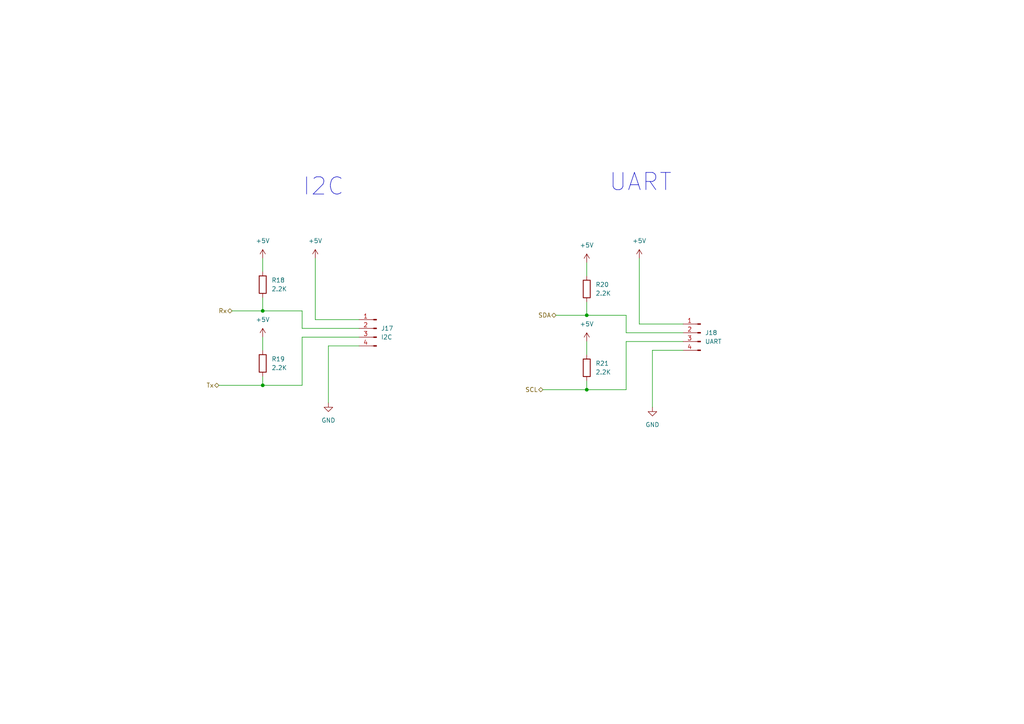
<source format=kicad_sch>
(kicad_sch (version 20211123) (generator eeschema)
  (paper "A4")
  (lib_symbols
    (symbol "Connector:Conn_01x04_Male" (pin_names (offset 1.016) hide)
      (property "Reference" "J" (at 0 5.08 0))
      (property "Value" "Conn_01x04_Male" (at 0 -7.62 0))
      (symbol "Conn_01x04_Male_1_1"
        (polyline (pts (xy 1.27 -5.08) (xy 0.8636 -5.08)) (stroke (width 0.1524)))
        (polyline (pts (xy 1.27 -2.54) (xy 0.8636 -2.54)) (stroke (width 0.1524)))
        (polyline (pts (xy 1.27 0) (xy 0.8636 0)) (stroke (width 0.1524)))
        (polyline (pts (xy 1.27 2.54) (xy 0.8636 2.54)) (stroke (width 0.1524)))
        (rectangle (start 0.8636 -4.953) (end 0 -5.207) (stroke (width 0.1524)) (fill (type outline)))
        (rectangle (start 0.8636 -2.413) (end 0 -2.667) (stroke (width 0.1524)) (fill (type outline)))
        (rectangle (start 0.8636 0.127) (end 0 -0.127) (stroke (width 0.1524)) (fill (type outline)))
        (rectangle (start 0.8636 2.667) (end 0 2.413) (stroke (width 0.1524)) (fill (type outline)))
        (pin passive line (at 5.08 2.54 180) (length 3.81) (name "Pin_1") (number "1"))
        (pin passive line (at 5.08 0 180) (length 3.81) (name "Pin_2") (number "2"))
        (pin passive line (at 5.08 -2.54 180) (length 3.81) (name "Pin_3") (number "3"))
        (pin passive line (at 5.08 -5.08 180) (length 3.81) (name "Pin_4") (number "4"))
      )
    )
    (symbol "Device:R" (pin_numbers hide) (pin_names (offset 0))
      (property "Reference" "R" (at 2.032 0 90))
      (property "Value" "R" (at 0 0 90))
      (symbol "R_0_1"
        (rectangle (start -1.016 -2.54) (end 1.016 2.54) (stroke (width 0.254)))
      )
      (symbol "R_1_1"
        (pin passive line (at 0 3.81 270) (length 1.27) (name "~") (number "1"))
        (pin passive line (at 0 -3.81 90) (length 1.27) (name "~") (number "2"))
      )
    )
    (symbol "power:+5V" (power) (pin_names (offset 0))
      (property "Value" "+5V" (at 0 3.556 0))
      (symbol "+5V_0_1"
        (polyline (pts (xy -0.762 1.27) (xy 0 2.54)))
        (polyline (pts (xy 0 0) (xy 0 2.54)))
        (polyline (pts (xy 0 2.54) (xy 0.762 1.27)))
      )
      (symbol "+5V_1_1"
        (pin power_in line (at 0 0 90) (length 0) hide (name "+5V") (number "1"))
      )
    )
    (symbol "power:GND" (power) (pin_names (offset 0))
      (property "Value" "GND" (at 0 -3.81 0))
      (symbol "GND_0_1"
        (polyline (pts (xy 0 0) (xy 0 -1.27) (xy 1.27 -1.27) (xy 0 -2.54) (xy -1.27 -1.27) (xy 0 -1.27)))
      )
      (symbol "GND_1_1"
        (pin power_in line (at 0 0 270) (length 0) hide (name "GND") (number "1"))
      )
    )
  )
  (junction (at 170.18 113.03))
  (junction (at 76.2 90.17))
  (junction (at 170.18 91.44))
  (junction (at 76.2 111.76))
  (wire (pts (xy 185.42 74.93) (xy 185.42 93.98)))
  (wire (pts (xy 76.2 97.79) (xy 76.2 101.6)))
  (wire (pts (xy 161.29 91.44) (xy 170.18 91.44)))
  (wire (pts (xy 76.2 109.22) (xy 76.2 111.76)))
  (wire (pts (xy 87.63 111.76) (xy 87.63 97.79)))
  (wire (pts (xy 95.25 100.33) (xy 104.14 100.33)))
  (wire (pts (xy 189.23 118.11) (xy 189.23 101.6)))
  (wire (pts (xy 170.18 87.63) (xy 170.18 91.44)))
  (wire (pts (xy 170.18 99.06) (xy 170.18 102.87)))
  (wire (pts (xy 189.23 101.6) (xy 198.12 101.6)))
  (wire (pts (xy 95.25 116.84) (xy 95.25 100.33)))
  (wire (pts (xy 157.48 113.03) (xy 170.18 113.03)))
  (wire (pts (xy 170.18 110.49) (xy 170.18 113.03)))
  (wire (pts (xy 170.18 91.44) (xy 181.61 91.44)))
  (wire (pts (xy 181.61 96.52) (xy 198.12 96.52)))
  (wire (pts (xy 91.44 92.71) (xy 104.14 92.71)))
  (wire (pts (xy 63.5 111.76) (xy 76.2 111.76)))
  (wire (pts (xy 67.31 90.17) (xy 76.2 90.17)))
  (wire (pts (xy 87.63 95.25) (xy 104.14 95.25)))
  (wire (pts (xy 181.61 99.06) (xy 198.12 99.06)))
  (wire (pts (xy 170.18 76.2) (xy 170.18 80.01)))
  (wire (pts (xy 181.61 113.03) (xy 181.61 99.06)))
  (wire (pts (xy 76.2 86.36) (xy 76.2 90.17)))
  (wire (pts (xy 185.42 93.98) (xy 198.12 93.98)))
  (wire (pts (xy 87.63 97.79) (xy 104.14 97.79)))
  (wire (pts (xy 76.2 74.93) (xy 76.2 78.74)))
  (wire (pts (xy 181.61 91.44) (xy 181.61 96.52)))
  (wire (pts (xy 76.2 111.76) (xy 87.63 111.76)))
  (wire (pts (xy 170.18 113.03) (xy 181.61 113.03)))
  (wire (pts (xy 91.44 74.93) (xy 91.44 92.71)))
  (wire (pts (xy 76.2 90.17) (xy 87.63 90.17)))
  (wire (pts (xy 87.63 90.17) (xy 87.63 95.25)))
  (text "I2C" (at 87.63 57.15 0) (effects (font (size 5 5)) (justify left bottom)))
  (text "UART" (at 176.53 55.88 0) (effects (font (size 5 5)) (justify left bottom)))
  (hierarchical_label "Tx" (shape tri_state) (at 63.5 111.76 180))
  (hierarchical_label "SDA" (shape bidirectional) (at 161.29 91.44 180))
  (hierarchical_label "SCL" (shape tri_state) (at 157.48 113.03 180))
  (hierarchical_label "Rx" (shape bidirectional) (at 67.31 90.17 180))
  (symbol (lib_id "power:+5V") (at 76.2 74.93 0) (unit 1)
    (property "Reference" "#PWR061" (effects hide))
    (property "Value" "+5V" (at 76.2 69.85 0))
  )
  (symbol (lib_id "power:+5V") (at 76.2 97.79 0) (unit 1)
    (property "Reference" "#PWR062" (effects hide))
    (property "Value" "+5V" (at 76.2 92.71 0))
  )
  (symbol (lib_id "Device:R") (at 76.2 105.41 0) (unit 1)
    (property "Reference" "R19" (at 78.74 104.1399 0) (effects (justify left)))
    (property "Value" "2.2K" (at 78.74 106.6799 0) (effects (justify left)))
    (property "Footprint" "Resistor_SMD:R_0603_1608Metric" (effects hide))
  )
  (symbol (lib_id "power:GND") (at 189.23 118.11 0) (unit 1)
    (property "Reference" "#PWR068" (effects hide))
    (property "Value" "GND" (at 189.23 123.19 0))
  )
  (symbol (lib_id "Device:R") (at 170.18 83.82 0) (unit 1)
    (property "Reference" "R20" (at 172.72 82.5499 0) (effects (justify left)))
    (property "Value" "2.2K" (at 172.72 85.0899 0) (effects (justify left)))
    (property "Footprint" "Resistor_SMD:R_0603_1608Metric" (effects hide))
  )
  (symbol (lib_id "Connector:Conn_01x04_Male") (at 203.2 96.52 0) (mirror y) (unit 1)
    (property "Reference" "J18" (at 204.47 96.5199 0) (effects (justify right)))
    (property "Value" "UART" (at 204.47 99.0599 0) (effects (justify right)))
    (property "Footprint" "Connector_PinHeader_2.54mm:PinHeader_1x04_P2.54mm_Vertical" (effects hide))
  )
  (symbol (lib_id "power:+5V") (at 91.44 74.93 0) (unit 1)
    (property "Reference" "#PWR063" (effects hide))
    (property "Value" "+5V" (at 91.44 69.85 0))
  )
  (symbol (lib_id "Device:R") (at 170.18 106.68 0) (unit 1)
    (property "Reference" "R21" (at 172.72 105.4099 0) (effects (justify left)))
    (property "Value" "2.2K" (at 172.72 107.9499 0) (effects (justify left)))
    (property "Footprint" "Resistor_SMD:R_0603_1608Metric" (effects hide))
  )
  (symbol (lib_id "Connector:Conn_01x04_Male") (at 109.22 95.25 0) (mirror y) (unit 1)
    (property "Reference" "J17" (at 110.49 95.2499 0) (effects (justify right)))
    (property "Value" "I2C" (at 110.49 97.7899 0) (effects (justify right)))
    (property "Footprint" "Connector_PinHeader_2.54mm:PinHeader_1x04_P2.54mm_Vertical" (effects hide))
  )
  (symbol (lib_id "power:+5V") (at 170.18 76.2 0) (unit 1)
    (property "Reference" "#PWR065" (effects hide))
    (property "Value" "+5V" (at 170.18 71.12 0))
  )
  (symbol (lib_id "power:+5V") (at 185.42 74.93 0) (unit 1)
    (property "Reference" "#PWR067" (effects hide))
    (property "Value" "+5V" (at 185.42 69.85 0))
  )
  (symbol (lib_id "power:+5V") (at 170.18 99.06 0) (unit 1)
    (property "Reference" "#PWR066" (effects hide))
    (property "Value" "+5V" (at 170.18 93.98 0))
  )
  (symbol (lib_id "Device:R") (at 76.2 82.55 0) (unit 1)
    (property "Reference" "R18" (at 78.74 81.2799 0) (effects (justify left)))
    (property "Value" "2.2K" (at 78.74 83.8199 0) (effects (justify left)))
    (property "Footprint" "Resistor_SMD:R_0603_1608Metric" (effects hide))
  )
  (symbol (lib_id "power:GND") (at 95.25 116.84 0) (unit 1)
    (property "Reference" "#PWR064" (effects hide))
    (property "Value" "GND" (at 95.25 121.92 0))
  )
)
</source>
